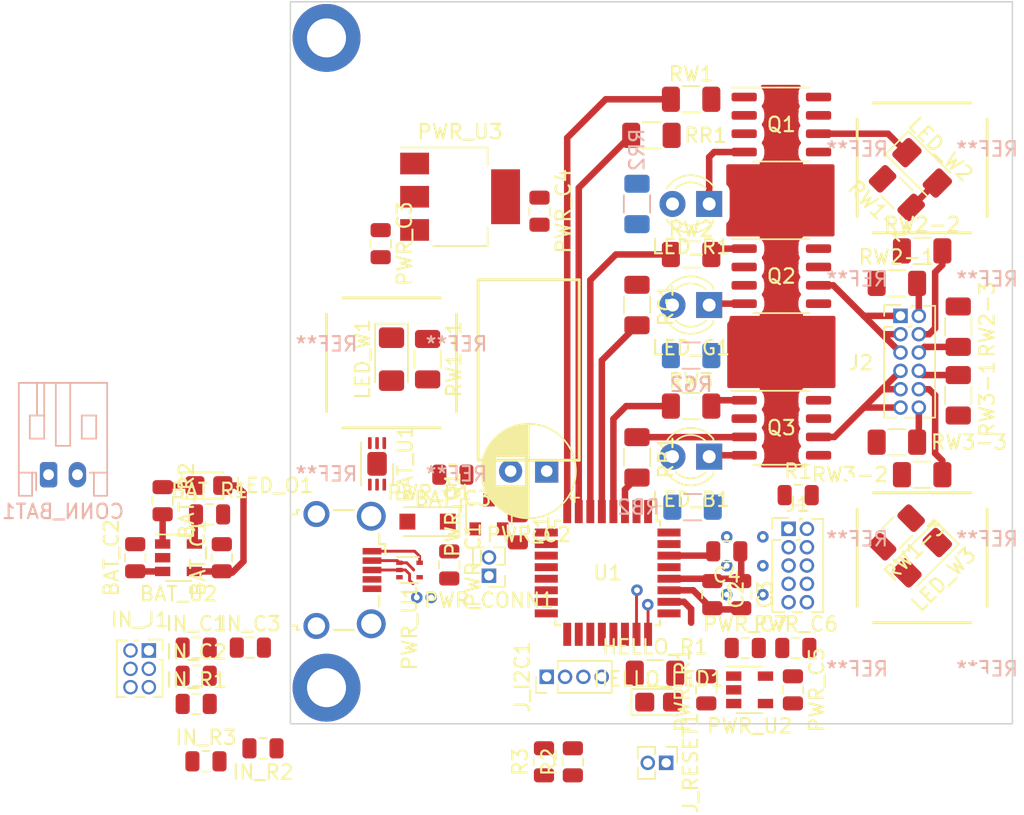
<source format=kicad_pcb>
(kicad_pcb (version 20171130) (host pcbnew "(5.0.2-5)-5")
  (layers (0 F.Cu signal) (31 B.Cu signal) (34 B.Paste user) (35 F.Paste user) (36 B.SilkS user hide) (37 F.SilkS user) (38 B.Mask user) (39 F.Mask user) (44 Edge.Cuts user))
  (net 0 "")
  (net 1 GND)
  (net 2 /VBUS)
  (net 3 /VBAT)
  (net 4 "Net-(BAT_R1-Pad1)")
  (net 5 "Net-(BAT_R2-Pad1)")
  (net 6 "Net-(BAT_R2-Pad2)")
  (net 7 /SCL)
  (net 8 /SDA)
  (net 9 /PWR_CC)
  (net 10 "Net-(BAT_U1-Pad6)")
  (net 11 /VDD)
  (net 12 "Net-(C2-Pad2)")
  (net 13 "Net-(CONN_USB1-Pad1)")
  (net 14 /D-)
  (net 15 /D+)
  (net 16 "Net-(CONN_USB1-Pad6)")
  (net 17 "Net-(HELLO_LED1-Pad2)")
  (net 18 /HELLO)
  (net 19 /SWIO)
  (net 20 /SWCLK)
  (net 21 /RESET)
  (net 22 "Net-(LED_B1-Pad1)")
  (net 23 "Net-(LED_B1-Pad2)")
  (net 24 "Net-(LED_G1-Pad2)")
  (net 25 "Net-(LED_G1-Pad1)")
  (net 26 "Net-(LED_R1-Pad1)")
  (net 27 "Net-(LED_R1-Pad2)")
  (net 28 "Net-(LED_W1-Pad2)")
  (net 29 "Net-(LED_W1-Pad1)")
  (net 30 "Net-(LED_W2-Pad2)")
  (net 31 "Net-(LED_W3-Pad2)")
  (net 32 /VCC)
  (net 33 /V_LED)
  (net 34 "Net-(PWR_CONN1-Pad2)")
  (net 35 "Net-(PWR_R1-Pad1)")
  (net 36 "Net-(Q1-Pad1)")
  (net 37 "Net-(Q1-Pad3)")
  (net 38 "Net-(Q2-Pad3)")
  (net 39 "Net-(Q2-Pad1)")
  (net 40 "Net-(Q3-Pad1)")
  (net 41 "Net-(Q3-Pad3)")
  (net 42 /LED_B)
  (net 43 /LED_G)
  (net 44 /LED_R)
  (net 45 /LED_W1)
  (net 46 /LED_W2)
  (net 47 /LED_W3)
  (net 48 "Net-(J2-Pad1)")
  (net 49 "Net-(J2-Pad2)")
  (net 50 "Net-(J2-Pad4)")
  (net 51 "Net-(J2-Pad6)")
  (net 52 "Net-(J2-Pad11)")
  (net 53 "Net-(J2-Pad8)")
  (net 54 "Net-(J2-Pad10)")
  (net 55 "Net-(J2-Pad12)")
  (net 56 /IN1)
  (net 57 /IN2)
  (net 58 /IN3)
  (net 59 "Net-(IN_J1-Pad1)")
  (net 60 "Net-(IN_J1-Pad3)")
  (net 61 "Net-(IN_J1-Pad5)")
  (module Capacitor_SMD:C_0805_2012Metric (layer F.Cu) (at 164.218919 109.555214 180)
    (fp_text reference C4 (at 0 -1.65 180) (layer F.SilkS))
    (fp_text value 100n)
    (pad 2 smd roundrect (at 0.9375 0 180) (size 0.975 1.4) (layers F.Cu F.Paste F.Mask) (net 11 /VDD))
    (pad 1 smd roundrect (at -0.9375 0 180) (size 0.975 1.4) (layers F.Cu F.Paste F.Mask) (net 1 GND))
  )
  (module MountingHole:MountingHole_2.1mm (layer B.Cu) (at 173.25 87.5)
    (fp_text reference REF** (at 0 3.2) (layer B.SilkS) (effects (justify mirror)))
    (fp_text value MountingHole_2.1mm)
    (pad "" np_thru_hole circle (at 0 0) (size 2.1 2.1) (drill 2.1) (layers *.Cu *.Mask))
  )
  (module MountingHole:MountingHole_2.1mm (layer B.Cu) (at 182.25 87.5)
    (fp_text reference REF** (at 0 3.2) (layer B.SilkS) (effects (justify mirror)))
    (fp_text value MountingHole_2.1mm)
    (pad "" np_thru_hole circle (at 0 0) (size 2.1 2.1) (drill 2.1) (layers *.Cu *.Mask))
  )
  (module MountingHole:MountingHole_2.1mm (layer B.Cu) (at 182.25 78.5)
    (fp_text reference REF** (at 0 3.2) (layer B.SilkS) (effects (justify mirror)))
    (fp_text value MountingHole_2.1mm)
    (pad "" np_thru_hole circle (at 0 0) (size 2.1 2.1) (drill 2.1) (layers *.Cu *.Mask))
  )
  (module MountingHole:MountingHole_2.1mm (layer B.Cu) (at 173.25 78.5)
    (fp_text reference REF** (at 0 3.2) (layer B.SilkS) (effects (justify mirror)))
    (fp_text value MountingHole_2.1mm)
    (pad "" np_thru_hole circle (at 0 0) (size 2.1 2.1) (drill 2.1) (layers *.Cu *.Mask))
  )
  (module MountingHole:MountingHole_2.1mm (layer B.Cu) (at 173.25 105.5)
    (fp_text reference REF** (at 0 3.2) (layer B.SilkS) (effects (justify mirror)))
    (fp_text value MountingHole_2.1mm)
    (pad "" np_thru_hole circle (at 0 0) (size 2.1 2.1) (drill 2.1) (layers *.Cu *.Mask))
  )
  (module MountingHole:MountingHole_2.1mm (layer B.Cu) (at 182.25 105.5)
    (fp_text reference REF** (at 0 3.2) (layer B.SilkS) (effects (justify mirror)))
    (fp_text value MountingHole_2.1mm)
    (pad "" np_thru_hole circle (at 0 0) (size 2.1 2.1) (drill 2.1) (layers *.Cu *.Mask))
  )
  (module MountingHole:MountingHole_2.1mm (layer B.Cu) (at 182.25 114.5)
    (fp_text reference REF** (at 0 3.2) (layer B.SilkS) (effects (justify mirror)))
    (fp_text value MountingHole_2.1mm)
    (pad "" np_thru_hole circle (at 0 0) (size 2.1 2.1) (drill 2.1) (layers *.Cu *.Mask))
  )
  (module MountingHole:MountingHole_2.1mm (layer B.Cu) (at 173.25 114.5)
    (fp_text reference REF** (at 0 3.2) (layer B.SilkS) (effects (justify mirror)))
    (fp_text value MountingHole_2.1mm)
    (pad "" np_thru_hole circle (at 0 0) (size 2.1 2.1) (drill 2.1) (layers *.Cu *.Mask))
  )
  (module MountingHole:MountingHole_2.1mm (layer B.Cu) (at 136.5 101)
    (fp_text reference REF** (at 0 3.2) (layer B.SilkS) (effects (justify mirror)))
    (fp_text value MountingHole_2.1mm)
    (pad "" np_thru_hole circle (at 0 0) (size 2.1 2.1) (drill 2.1) (layers *.Cu *.Mask))
  )
  (module MountingHole:MountingHole_2.1mm (layer B.Cu) (at 145.5 101)
    (fp_text reference REF** (at 0 3.2) (layer B.SilkS) (effects (justify mirror)))
    (fp_text value MountingHole_2.1mm)
    (pad "" np_thru_hole circle (at 0 0) (size 2.1 2.1) (drill 2.1) (layers *.Cu *.Mask))
  )
  (module MountingHole:MountingHole_2.1mm (layer B.Cu) (at 145.5 92)
    (fp_text reference REF** (at 0 3.2) (layer B.SilkS) (effects (justify mirror)))
    (fp_text value MountingHole_2.1mm)
    (pad "" np_thru_hole circle (at 0 0) (size 2.1 2.1) (drill 2.1) (layers *.Cu *.Mask))
  )
  (module Diode_SMD:D_1206_3216Metric_Pad1.42x1.75mm_HandSolder (layer F.Cu) (at 177.75 83 315)
    (fp_text reference LED_W2 (at 0 -1.82 315) (layer F.SilkS))
    (fp_text value LED_W)
    (pad 1 smd roundrect (at -1.4875 0 315) (size 1.425 1.75) (layers F.Cu F.Paste F.Mask) (roundrect_rratio 0.175439) (net 29 "Net-(LED_W1-Pad1)"))
    (pad 2 smd roundrect (at 1.4875 0 315) (size 1.425 1.75) (layers F.Cu F.Paste F.Mask) (roundrect_rratio 0.175439) (net 30 "Net-(LED_W2-Pad2)"))
  )
  (module Connector_PinHeader_1.27mm:PinHeader_2x06_P1.27mm_Vertical (layer F.Cu) (at 176.25 93.25)
    (fp_text reference J2 (at -2.75 3.25) (layer F.SilkS))
    (fp_text value Conn_02x06_Row_Letter_Last)
    (pad 1 thru_hole rect (at 0 0) (size 1 1) (drill 0.65) (layers *.Cu *.Mask) (net 48 "Net-(J2-Pad1)"))
    (pad 2 thru_hole oval (at 1.27 0) (size 1 1) (drill 0.65) (layers *.Cu *.Mask) (net 49 "Net-(J2-Pad2)"))
    (pad 3 thru_hole oval (at 0 1.27) (size 1 1) (drill 0.65) (layers *.Cu *.Mask) (net 48 "Net-(J2-Pad1)"))
    (pad 4 thru_hole oval (at 1.27 1.27) (size 1 1) (drill 0.65) (layers *.Cu *.Mask) (net 50 "Net-(J2-Pad4)"))
    (pad 5 thru_hole oval (at 0 2.54) (size 1 1) (drill 0.65) (layers *.Cu *.Mask) (net 48 "Net-(J2-Pad1)"))
    (pad 6 thru_hole oval (at 1.27 2.54) (size 1 1) (drill 0.65) (layers *.Cu *.Mask) (net 51 "Net-(J2-Pad6)"))
    (pad 7 thru_hole oval (at 0 3.81) (size 1 1) (drill 0.65) (layers *.Cu *.Mask) (net 52 "Net-(J2-Pad11)"))
    (pad 8 thru_hole oval (at 1.27 3.81) (size 1 1) (drill 0.65) (layers *.Cu *.Mask) (net 53 "Net-(J2-Pad8)"))
    (pad 9 thru_hole oval (at 0 5.08) (size 1 1) (drill 0.65) (layers *.Cu *.Mask) (net 52 "Net-(J2-Pad11)"))
    (pad 10 thru_hole oval (at 1.27 5.08) (size 1 1) (drill 0.65) (layers *.Cu *.Mask) (net 54 "Net-(J2-Pad10)"))
    (pad 11 thru_hole oval (at 0 6.35) (size 1 1) (drill 0.65) (layers *.Cu *.Mask) (net 52 "Net-(J2-Pad11)"))
    (pad 12 thru_hole oval (at 1.27 6.35) (size 1 1) (drill 0.65) (layers *.Cu *.Mask) (net 55 "Net-(J2-Pad12)"))
  )
  (module Resistor_SMD:R_1206_3216Metric (layer F.Cu) (at 176 91)
    (fp_text reference RW2-1 (at 0 -1.82) (layer F.SilkS))
    (fp_text value 6.8)
    (pad 2 smd roundrect (at 1.4 0) (size 1.25 1.75) (layers F.Cu F.Paste F.Mask) (roundrect_rratio 0.2) (net 49 "Net-(J2-Pad2)"))
    (pad 1 smd roundrect (at -1.4 0) (size 1.25 1.75) (layers F.Cu F.Paste F.Mask) (roundrect_rratio 0.2) (net 33 /V_LED))
  )
  (module Package_SO:SO-8_3.9x4.9mm_P1.27mm (layer F.Cu) (at 168 101)
    (fp_text reference Q3 (at 0 0) (layer F.SilkS))
    (fp_text value Q_DUAL_NMOS)
    (pad 1 smd roundrect (at -2.575 -1.905) (size 1.75 0.6) (layers F.Cu F.Paste F.Mask) (net 40 "Net-(Q3-Pad1)"))
    (pad 2 smd roundrect (at -2.575 -0.635) (size 1.75 0.6) (layers F.Cu F.Paste F.Mask) (net 1 GND))
    (pad 3 smd roundrect (at -2.575 0.635) (size 1.75 0.6) (layers F.Cu F.Paste F.Mask) (net 41 "Net-(Q3-Pad3)"))
    (pad 4 smd roundrect (at -2.575 1.905) (size 1.75 0.6) (layers F.Cu F.Paste F.Mask) (net 22 "Net-(LED_B1-Pad1)"))
    (pad 5 smd roundrect (at 2.575 1.905) (size 1.75 0.6) (layers F.Cu F.Paste F.Mask) (net 1 GND))
    (pad 6 smd roundrect (at 2.575 0.635) (size 1.75 0.6) (layers F.Cu F.Paste F.Mask) (net 52 "Net-(J2-Pad11)"))
    (pad 7 smd roundrect (at 2.575 -0.635) (size 1.75 0.6) (layers F.Cu F.Paste F.Mask))
    (pad 8 smd roundrect (at 2.575 -1.905) (size 1.75 0.6) (layers F.Cu F.Paste F.Mask))
  )
  (module Package_DFN_QFN:DFN-6-1EP_3x2mm_P0.5mm_EP1.65x1.35mm (layer F.Cu) (at 140 103.5 270)
    (fp_text reference BAT_U1 (at 0 -1.95 270) (layer F.SilkS))
    (fp_text value LTC2942-1)
    (pad 7 smd roundrect (at 0 0 270) (size 1.65 1.35) (layers F.Cu F.Mask) (roundrect_rratio 0.185185))
    (pad 1 smd roundrect (at -1.4375 -0.5 270) (size 0.825 0.25) (layers F.Cu F.Paste F.Mask) (net 3 /VBAT))
    (pad 2 smd roundrect (at -1.4375 0 270) (size 0.825 0.25) (layers F.Cu F.Paste F.Mask) (net 1 GND))
    (pad 3 smd roundrect (at -1.4375 0.5 270) (size 0.825 0.25) (layers F.Cu F.Paste F.Mask) (net 7 /SCL))
    (pad 4 smd roundrect (at 1.4375 0.5 270) (size 0.825 0.25) (layers F.Cu F.Paste F.Mask) (net 8 /SDA))
    (pad 5 smd roundrect (at 1.4375 0 270) (size 0.825 0.25) (layers F.Cu F.Paste F.Mask) (net 9 /PWR_CC))
    (pad 6 smd roundrect (at 1.4375 -0.5 270) (size 0.825 0.25) (layers F.Cu F.Paste F.Mask) (net 10 "Net-(BAT_U1-Pad6)"))
  )
  (module Package_TO_SOT_SMD:SOT-23-5 (layer F.Cu) (at 126.25 110)
    (fp_text reference BAT_U2 (at 0 2.5) (layer F.SilkS))
    (fp_text value MCP73831-2-OT)
    (pad 1 smd rect (at -1.1 -0.95) (size 1.06 0.65) (layers F.Cu F.Paste F.Mask) (net 6 "Net-(BAT_R2-Pad2)"))
    (pad 2 smd rect (at -1.1 0) (size 1.06 0.65) (layers F.Cu F.Paste F.Mask) (net 1 GND))
    (pad 3 smd rect (at -1.1 0.95) (size 1.06 0.65) (layers F.Cu F.Paste F.Mask) (net 3 /VBAT))
    (pad 4 smd rect (at 1.1 0.95) (size 1.06 0.65) (layers F.Cu F.Paste F.Mask) (net 2 /VBUS))
    (pad 5 smd rect (at 1.1 -0.95) (size 1.06 0.65) (layers F.Cu F.Paste F.Mask) (net 4 "Net-(BAT_R1-Pad1)"))
  )
  (module Connector_JST:JST_PH_S2B-PH-K_1x02_P2.00mm_Horizontal (layer B.Cu) (at 117.25 104.25)
    (fp_text reference CONN_BAT1 (at 1 2.55) (layer B.SilkS) (effects (justify mirror)))
    (fp_text value CONN_BAT)
    (pad 1 thru_hole roundrect (at 0 0) (size 1.2 1.75) (drill 0.75) (layers *.Cu *.Mask) (roundrect_rratio 0.208333) (net 10 "Net-(BAT_U1-Pad6)"))
    (pad 2 thru_hole oval (at 2 0) (size 1.2 1.75) (drill 0.75) (layers *.Cu *.Mask) (net 1 GND))
  )
  (module Connector_USB:USB_Micro-B_Wuerth_629105150521_CircularHoles (layer F.Cu) (at 137.75 110.85 270)
    (fp_text reference CONN_USB1 hide)
    (fp_text value USB)
    (pad 1 smd rect (at -1.3 -1.9 270) (size 0.45 1.3) (layers F.Cu F.Paste F.Mask) (net 13 "Net-(CONN_USB1-Pad1)"))
    (pad 2 smd rect (at -0.65 -1.9 270) (size 0.45 1.3) (layers F.Cu F.Paste F.Mask) (net 14 /D-))
    (pad 3 smd rect (at 0 -1.9 270) (size 0.45 1.3) (layers F.Cu F.Paste F.Mask) (net 15 /D+))
    (pad 4 smd rect (at 0.65 -1.9 270) (size 0.45 1.3) (layers F.Cu F.Paste F.Mask))
    (pad 5 smd rect (at 1.3 -1.9 270) (size 0.45 1.3) (layers F.Cu F.Paste F.Mask) (net 1 GND))
    (pad 6 thru_hole circle (at -3.725 -1.85 270) (size 2 2) (drill 1.4) (layers *.Cu *.Mask) (net 16 "Net-(CONN_USB1-Pad6)"))
    (pad 6 thru_hole circle (at 3.725 -1.85 270) (size 2 2) (drill 1.4) (layers *.Cu *.Mask) (net 16 "Net-(CONN_USB1-Pad6)"))
    (pad 6 thru_hole circle (at -3.875 1.95 270) (size 1.8 1.8) (drill 1.2) (layers *.Cu *.Mask) (net 16 "Net-(CONN_USB1-Pad6)"))
    (pad 6 thru_hole circle (at 3.875 1.95 270) (size 1.8 1.8) (drill 1.2) (layers *.Cu *.Mask) (net 16 "Net-(CONN_USB1-Pad6)"))
    (pad "" np_thru_hole circle (at -2.5 -0.8 270) (size 0.8 0.8) (drill 0.8) (layers *.Cu *.Mask))
    (pad "" np_thru_hole circle (at 2.5 -0.8 270) (size 0.8 0.8) (drill 0.8) (layers *.Cu *.Mask))
  )
  (module MountingHole:MountingHole_2.5mm (layer F.Cu) (at 181.25 118.75)
    (fp_text reference H1 hide)
    (fp_text value MountingHole)
    (pad 1 np_thru_hole circle (at 0 0) (size 2.5 2.5) (drill 2.5) (layers *.Cu *.Mask))
  )
  (module MountingHole:MountingHole_2.7mm_M2.5_DIN965_Pad (layer F.Cu) (at 136.5 74)
    (fp_text reference H2 hide)
    (fp_text value MountingHole_Pad)
    (pad 1 thru_hole circle (at 0 0) (size 4.7 4.7) (drill 2.7) (layers *.Cu *.Mask))
  )
  (module MountingHole:MountingHole_2.5mm (layer F.Cu) (at 181.25 74.25)
    (fp_text reference H3 hide)
    (fp_text value MountingHole)
    (pad 1 np_thru_hole circle (at 0 0) (size 2.5 2.5) (drill 2.5) (layers *.Cu *.Mask))
  )
  (module MountingHole:MountingHole_2.7mm_M2.5_DIN965_Pad (layer F.Cu) (at 136.5 119)
    (fp_text reference H4 hide)
    (fp_text value MountingHole_Pad)
    (pad 1 thru_hole circle (at 0 0) (size 4.7 4.7) (drill 2.7) (layers *.Cu *.Mask))
  )
  (module Diode_SMD:D_0805_2012Metric_Castellated (layer F.Cu) (at 159.5 120)
    (fp_text reference HELLO_LED1 (at 0 -1.6) (layer F.SilkS))
    (fp_text value HELLO)
    (pad 1 smd roundrect (at -0.9625 0) (size 1.325 1.3) (layers F.Cu F.Paste F.Mask) (roundrect_rratio 0.192308) (net 1 GND))
    (pad 2 smd roundrect (at 0.9625 0) (size 1.325 1.3) (layers F.Cu F.Paste F.Mask) (roundrect_rratio 0.192308) (net 17 "Net-(HELLO_LED1-Pad2)"))
  )
  (module Resistor_SMD:R_1206_3216Metric (layer F.Cu) (at 159.25 118)
    (fp_text reference HELLO_R1 (at 0 -1.82) (layer F.SilkS))
    (fp_text value 6.8)
    (pad 2 smd roundrect (at 1.4 0) (size 1.25 1.75) (layers F.Cu F.Paste F.Mask) (roundrect_rratio 0.2) (net 17 "Net-(HELLO_LED1-Pad2)"))
    (pad 1 smd roundrect (at -1.4 0) (size 1.25 1.75) (layers F.Cu F.Paste F.Mask) (roundrect_rratio 0.2) (net 18 /HELLO))
  )
  (module Connector_PinHeader_1.27mm:PinHeader_2x05_P1.27mm_Vertical (layer F.Cu) (at 168.5 108)
    (fp_text reference J1 (at 0.635 -1.695) (layer F.SilkS))
    (fp_text value Conn_02x05_Odd_Even)
    (pad 1 thru_hole rect (at 0 0) (size 1 1) (drill 0.65) (layers *.Cu *.Mask) (net 11 /VDD))
    (pad 2 thru_hole oval (at 1.27 0) (size 1 1) (drill 0.65) (layers *.Cu *.Mask) (net 19 /SWIO))
    (pad 3 thru_hole oval (at 0 1.27) (size 1 1) (drill 0.65) (layers *.Cu *.Mask) (net 1 GND))
    (pad 4 thru_hole oval (at 1.27 1.27) (size 1 1) (drill 0.65) (layers *.Cu *.Mask) (net 20 /SWCLK))
    (pad 5 thru_hole oval (at 0 2.54) (size 1 1) (drill 0.65) (layers *.Cu *.Mask) (net 1 GND))
    (pad 6 thru_hole oval (at 1.27 2.54) (size 1 1) (drill 0.65) (layers *.Cu *.Mask))
    (pad 7 thru_hole oval (at 0 3.81) (size 1 1) (drill 0.65) (layers *.Cu *.Mask))
    (pad 8 thru_hole oval (at 1.27 3.81) (size 1 1) (drill 0.65) (layers *.Cu *.Mask))
    (pad 9 thru_hole oval (at 0 5.08) (size 1 1) (drill 0.65) (layers *.Cu *.Mask))
    (pad 10 thru_hole oval (at 1.27 5.08) (size 1 1) (drill 0.65) (layers *.Cu *.Mask) (net 21 /RESET))
  )
  (module LED_THT:LED_D3.0mm (layer F.Cu) (at 163 103 180)
    (fp_text reference LED_B1 (at 1.27 -2.96 180) (layer F.SilkS))
    (fp_text value LED_B)
    (pad 1 thru_hole rect (at 0 0 180) (size 1.8 1.8) (drill 0.9) (layers *.Cu *.Mask) (net 22 "Net-(LED_B1-Pad1)"))
    (pad 2 thru_hole circle (at 2.54 0 180) (size 1.8 1.8) (drill 0.9) (layers *.Cu *.Mask) (net 23 "Net-(LED_B1-Pad2)"))
  )
  (module LED_THT:LED_D3.0mm (layer F.Cu) (at 163 92.5 180)
    (fp_text reference LED_G1 (at 1.27 -2.96 180) (layer F.SilkS))
    (fp_text value LED_G)
    (pad 2 thru_hole circle (at 2.54 0 180) (size 1.8 1.8) (drill 0.9) (layers *.Cu *.Mask) (net 24 "Net-(LED_G1-Pad2)"))
    (pad 1 thru_hole rect (at 0 0 180) (size 1.8 1.8) (drill 0.9) (layers *.Cu *.Mask) (net 25 "Net-(LED_G1-Pad1)"))
  )
  (module LED_SMD:LED_0805_2012Metric_Castellated (layer F.Cu) (at 128.35 105)
    (fp_text reference LED_O1 (at 4.5 0) (layer F.SilkS))
    (fp_text value LED_O)
    (pad 1 smd roundrect (at -0.9625 0) (size 1.325 1.3) (layers F.Cu F.Paste F.Mask) (roundrect_rratio 0.192308) (net 5 "Net-(BAT_R2-Pad1)"))
    (pad 2 smd roundrect (at 0.9625 0) (size 1.325 1.3) (layers F.Cu F.Paste F.Mask) (roundrect_rratio 0.192308) (net 2 /VBUS))
  )
  (module LED_THT:LED_D3.0mm (layer F.Cu) (at 163 85.5 180)
    (fp_text reference LED_R1 (at 1.27 -2.96 180) (layer F.SilkS))
    (fp_text value LED_R)
    (pad 1 thru_hole rect (at 0 0 180) (size 1.8 1.8) (drill 0.9) (layers *.Cu *.Mask) (net 26 "Net-(LED_R1-Pad1)"))
    (pad 2 thru_hole circle (at 2.54 0 180) (size 1.8 1.8) (drill 0.9) (layers *.Cu *.Mask) (net 27 "Net-(LED_R1-Pad2)"))
  )
  (module Diode_SMD:D_1206_3216Metric_Pad1.42x1.75mm_HandSolder (layer F.Cu) (at 141 96.25 270)
    (fp_text reference LED_W1 (at 0 2 270) (layer F.SilkS))
    (fp_text value LED_W)
    (pad 2 smd roundrect (at 1.4875 0 270) (size 1.425 1.75) (layers F.Cu F.Paste F.Mask) (roundrect_rratio 0.175439) (net 28 "Net-(LED_W1-Pad2)"))
    (pad 1 smd roundrect (at -1.4875 0 270) (size 1.425 1.75) (layers F.Cu F.Paste F.Mask) (roundrect_rratio 0.175439) (net 29 "Net-(LED_W1-Pad1)"))
  )
  (module Diode_SMD:D_1206_3216Metric_Pad1.42x1.75mm_HandSolder (layer F.Cu) (at 177.75 110 225)
    (fp_text reference LED_W3 (at 0 -2.12132 225) (layer F.SilkS))
    (fp_text value LED_W)
    (pad 1 smd roundrect (at -1.4875 0 225) (size 1.425 1.75) (layers F.Cu F.Paste F.Mask) (roundrect_rratio 0.175439) (net 29 "Net-(LED_W1-Pad1)"))
    (pad 2 smd roundrect (at 1.4875 0 225) (size 1.425 1.75) (layers F.Cu F.Paste F.Mask) (roundrect_rratio 0.175439) (net 31 "Net-(LED_W3-Pad2)"))
  )
  (module Capacitor_THT:CP_Radial_D6.3mm_P2.50mm (layer F.Cu) (at 151.75 104 180)
    (fp_text reference PWR_C2 (at 1.25 -4.4 180) (layer F.SilkS))
    (fp_text value 330uF)
    (pad 1 thru_hole rect (at 0 0 180) (size 1.6 1.6) (drill 0.8) (layers *.Cu *.Mask) (net 32 /VCC))
    (pad 2 thru_hole circle (at 2.5 0 180) (size 1.6 1.6) (drill 0.8) (layers *.Cu *.Mask) (net 1 GND))
  )
  (module Diode_SMD:D_SOD-123F (layer F.Cu) (at 143.5 107.5 180)
    (fp_text reference PWR_D1 (at -0.127 2 180) (layer F.SilkS))
    (fp_text value D_Schottky)
    (pad 1 smd rect (at -1.4 0 180) (size 1.1 1.1) (layers F.Cu F.Paste F.Mask) (net 2 /VBUS))
    (pad 2 smd rect (at 1.4 0 180) (size 1.1 1.1) (layers F.Cu F.Paste F.Mask) (net 13 "Net-(CONN_USB1-Pad1)"))
  )
  (module Package_TO_SOT_SMD:SOT-553 (layer F.Cu) (at 142.25 110.85)
    (fp_text reference PWR_U1 (at 0 4 90) (layer F.SilkS))
    (fp_text value TPD3E001DRLR)
    (pad 1 smd rect (at -0.7 -0.5) (size 0.45 0.3) (layers F.Cu F.Paste F.Mask) (net 14 /D-))
    (pad 3 smd rect (at -0.7 0.5) (size 0.45 0.3) (layers F.Cu F.Paste F.Mask) (net 1 GND))
    (pad 5 smd rect (at 0.7 -0.5) (size 0.45 0.3) (layers F.Cu F.Paste F.Mask) (net 13 "Net-(CONN_USB1-Pad1)"))
    (pad 2 smd rect (at -0.7 0) (size 0.45 0.3) (layers F.Cu F.Paste F.Mask) (net 15 /D+))
    (pad 4 smd rect (at 0.7 0.5) (size 0.45 0.3) (layers F.Cu F.Paste F.Mask))
  )
  (module Package_TO_SOT_SMD:SOT-23-5 (layer F.Cu) (at 165.8 119.15)
    (fp_text reference PWR_U2 (at 0 2.5) (layer F.SilkS))
    (fp_text value AP2112K-3.3)
    (pad 5 smd rect (at 1.1 -0.95) (size 1.06 0.65) (layers F.Cu F.Paste F.Mask) (net 11 /VDD))
    (pad 4 smd rect (at 1.1 0.95) (size 1.06 0.65) (layers F.Cu F.Paste F.Mask))
    (pad 3 smd rect (at -1.1 0.95) (size 1.06 0.65) (layers F.Cu F.Paste F.Mask) (net 35 "Net-(PWR_R1-Pad1)"))
    (pad 2 smd rect (at -1.1 0) (size 1.06 0.65) (layers F.Cu F.Paste F.Mask) (net 1 GND))
    (pad 1 smd rect (at -1.1 -0.95) (size 1.06 0.65) (layers F.Cu F.Paste F.Mask) (net 32 /VCC))
  )
  (module Package_TO_SOT_SMD:SOT-223-3_TabPin2 (layer F.Cu) (at 145.75 85)
    (fp_text reference PWR_U3 (at 0 -4.5) (layer F.SilkS))
    (fp_text value LD1117S33TR_SOT223)
    (pad 2 smd rect (at 3.15 0) (size 2 3.8) (layers F.Cu F.Paste F.Mask) (net 33 /V_LED))
    (pad 2 smd rect (at -3.15 0) (size 2 1.5) (layers F.Cu F.Paste F.Mask) (net 33 /V_LED))
    (pad 3 smd rect (at -3.15 2.3) (size 2 1.5) (layers F.Cu F.Paste F.Mask) (net 32 /VCC))
    (pad 1 smd rect (at -3.15 -2.3) (size 2 1.5) (layers F.Cu F.Paste F.Mask) (net 1 GND))
  )
  (module Package_SO:SO-8_3.9x4.9mm_P1.27mm (layer F.Cu) (at 168 80)
    (fp_text reference Q1 (at 0 0) (layer F.SilkS))
    (fp_text value Q_DUAL_NMOS)
    (pad 1 smd roundrect (at -2.575 -1.905) (size 1.75 0.6) (layers F.Cu F.Paste F.Mask) (net 36 "Net-(Q1-Pad1)"))
    (pad 2 smd roundrect (at -2.575 -0.635) (size 1.75 0.6) (layers F.Cu F.Paste F.Mask) (net 1 GND))
    (pad 3 smd roundrect (at -2.575 0.635) (size 1.75 0.6) (layers F.Cu F.Paste F.Mask) (net 37 "Net-(Q1-Pad3)"))
    (pad 4 smd roundrect (at -2.575 1.905) (size 1.75 0.6) (layers F.Cu F.Paste F.Mask) (net 26 "Net-(LED_R1-Pad1)"))
    (pad 5 smd roundrect (at 2.575 1.905) (size 1.75 0.6) (layers F.Cu F.Paste F.Mask) (net 1 GND))
    (pad 6 smd roundrect (at 2.575 0.635) (size 1.75 0.6) (layers F.Cu F.Paste F.Mask) (net 29 "Net-(LED_W1-Pad1)"))
    (pad 7 smd roundrect (at 2.575 -0.635) (size 1.75 0.6) (layers F.Cu F.Paste F.Mask))
    (pad 8 smd roundrect (at 2.575 -1.905) (size 1.75 0.6) (layers F.Cu F.Paste F.Mask))
  )
  (module Package_SO:SO-8_3.9x4.9mm_P1.27mm (layer F.Cu) (at 168 90.5)
    (fp_text reference Q2 (at 0 0) (layer F.SilkS))
    (fp_text value Q_DUAL_NMOS)
    (pad 8 smd roundrect (at 2.575 -1.905) (size 1.75 0.6) (layers F.Cu F.Paste F.Mask))
    (pad 7 smd roundrect (at 2.575 -0.635) (size 1.75 0.6) (layers F.Cu F.Paste F.Mask))
    (pad 6 smd roundrect (at 2.575 0.635) (size 1.75 0.6) (layers F.Cu F.Paste F.Mask) (net 48 "Net-(J2-Pad1)"))
    (pad 5 smd roundrect (at 2.575 1.905) (size 1.75 0.6) (layers F.Cu F.Paste F.Mask) (net 1 GND))
    (pad 4 smd roundrect (at -2.575 1.905) (size 1.75 0.6) (layers F.Cu F.Paste F.Mask) (net 25 "Net-(LED_G1-Pad1)"))
    (pad 3 smd roundrect (at -2.575 0.635) (size 1.75 0.6) (layers F.Cu F.Paste F.Mask) (net 38 "Net-(Q2-Pad3)"))
    (pad 2 smd roundrect (at -2.575 -0.635) (size 1.75 0.6) (layers F.Cu F.Paste F.Mask) (net 1 GND))
    (pad 1 smd roundrect (at -2.575 -1.905) (size 1.75 0.6) (layers F.Cu F.Paste F.Mask) (net 39 "Net-(Q2-Pad1)"))
  )
  (module Resistor_SMD:R_1206_3216Metric (layer F.Cu) (at 158 103.05 270)
    (fp_text reference RB1 (at 0 -2 270) (layer F.SilkS))
    (fp_text value 470)
    (pad 2 smd roundrect (at 1.4 0 270) (size 1.25 1.75) (layers F.Cu F.Paste F.Mask) (roundrect_rratio 0.2) (net 42 /LED_B))
    (pad 1 smd roundrect (at -1.4 0 270) (size 1.25 1.75) (layers F.Cu F.Paste F.Mask) (roundrect_rratio 0.2) (net 41 "Net-(Q3-Pad3)"))
  )
  (module Resistor_SMD:R_1206_3216Metric (layer B.Cu) (at 161.85 106.5)
    (fp_text reference RB2 (at -3.75 0) (layer B.SilkS) (effects (justify mirror)))
    (fp_text value 6.8)
    (pad 2 smd roundrect (at 1.4 0) (size 1.25 1.75) (layers B.Cu B.Paste B.Mask) (roundrect_rratio 0.2) (net 23 "Net-(LED_B1-Pad2)"))
    (pad 1 smd roundrect (at -1.4 0) (size 1.25 1.75) (layers B.Cu B.Paste B.Mask) (roundrect_rratio 0.2) (net 33 /V_LED))
  )
  (module Resistor_SMD:R_1206_3216Metric (layer F.Cu) (at 158 92.5 270)
    (fp_text reference RG1 (at 0 -2 270) (layer F.SilkS))
    (fp_text value 470)
    (pad 1 smd roundrect (at -1.4 0 270) (size 1.25 1.75) (layers F.Cu F.Paste F.Mask) (roundrect_rratio 0.2) (net 38 "Net-(Q2-Pad3)"))
    (pad 2 smd roundrect (at 1.4 0 270) (size 1.25 1.75) (layers F.Cu F.Paste F.Mask) (roundrect_rratio 0.2) (net 43 /LED_G))
  )
  (module Resistor_SMD:R_1206_3216Metric (layer B.Cu) (at 161.75 96)
    (fp_text reference RG2 (at 0 2) (layer B.SilkS) (effects (justify mirror)))
    (fp_text value 10)
    (pad 1 smd roundrect (at -1.4 0) (size 1.25 1.75) (layers B.Cu B.Paste B.Mask) (roundrect_rratio 0.2) (net 33 /V_LED))
    (pad 2 smd roundrect (at 1.4 0) (size 1.25 1.75) (layers B.Cu B.Paste B.Mask) (roundrect_rratio 0.2) (net 24 "Net-(LED_G1-Pad2)"))
  )
  (module Resistor_SMD:R_1206_3216Metric (layer F.Cu) (at 159 80.75 180)
    (fp_text reference RR1 (at -3.75 0 180) (layer F.SilkS))
    (fp_text value 470)
    (pad 2 smd roundrect (at 1.4 0 180) (size 1.25 1.75) (layers F.Cu F.Paste F.Mask) (roundrect_rratio 0.2) (net 44 /LED_R))
    (pad 1 smd roundrect (at -1.4 0 180) (size 1.25 1.75) (layers F.Cu F.Paste F.Mask) (roundrect_rratio 0.2) (net 37 "Net-(Q1-Pad3)"))
  )
  (module Resistor_SMD:R_1206_3216Metric (layer B.Cu) (at 158 85.5 270)
    (fp_text reference RR2 (at -3.75 0 270) (layer B.SilkS) (effects (justify mirror)))
    (fp_text value 10)
    (pad 1 smd roundrect (at -1.4 0 270) (size 1.25 1.75) (layers B.Cu B.Paste B.Mask) (roundrect_rratio 0.2) (net 33 /V_LED))
    (pad 2 smd roundrect (at 1.4 0 270) (size 1.25 1.75) (layers B.Cu B.Paste B.Mask) (roundrect_rratio 0.2) (net 27 "Net-(LED_R1-Pad2)"))
  )
  (module Resistor_SMD:R_1206_3216Metric (layer F.Cu) (at 161.75 78.25 180)
    (fp_text reference RW1 (at 0 1.75 180) (layer F.SilkS))
    (fp_text value 470)
    (pad 2 smd roundrect (at 1.4 0 180) (size 1.25 1.75) (layers F.Cu F.Paste F.Mask) (roundrect_rratio 0.2) (net 45 /LED_W1))
    (pad 1 smd roundrect (at -1.4 0 180) (size 1.25 1.75) (layers F.Cu F.Paste F.Mask) (roundrect_rratio 0.2) (net 36 "Net-(Q1-Pad1)"))
  )
  (module Resistor_SMD:R_1206_3216Metric (layer F.Cu) (at 161.75 89 180)
    (fp_text reference RW2 (at 0 1.75 180) (layer F.SilkS))
    (fp_text value 470)
    (pad 1 smd roundrect (at -1.4 0 180) (size 1.25 1.75) (layers F.Cu F.Paste F.Mask) (roundrect_rratio 0.2) (net 39 "Net-(Q2-Pad1)"))
    (pad 2 smd roundrect (at 1.4 0 180) (size 1.25 1.75) (layers F.Cu F.Paste F.Mask) (roundrect_rratio 0.2) (net 46 /LED_W2))
  )
  (module Resistor_SMD:R_1206_3216Metric (layer F.Cu) (at 161.75 99.5 180)
    (fp_text reference RW3 (at 0 1.75 180) (layer F.SilkS))
    (fp_text value 470)
    (pad 1 smd roundrect (at -1.4 0 180) (size 1.25 1.75) (layers F.Cu F.Paste F.Mask) (roundrect_rratio 0.2) (net 40 "Net-(Q3-Pad1)"))
    (pad 2 smd roundrect (at 1.4 0 180) (size 1.25 1.75) (layers F.Cu F.Paste F.Mask) (roundrect_rratio 0.2) (net 47 /LED_W3))
  )
  (module Resistor_SMD:R_1206_3216Metric (layer F.Cu) (at 143.5 96.25 270)
    (fp_text reference RW1-1 (at 0 -1.82 270) (layer F.SilkS))
    (fp_text value 6.8)
    (pad 1 smd roundrect (at -1.4 0 270) (size 1.25 1.75) (layers F.Cu F.Paste F.Mask) (roundrect_rratio 0.2) (net 33 /V_LED))
    (pad 2 smd roundrect (at 1.4 0 270) (size 1.25 1.75) (layers F.Cu F.Paste F.Mask) (roundrect_rratio 0.2) (net 28 "Net-(LED_W1-Pad2)"))
  )
  (module Resistor_SMD:R_1206_3216Metric (layer F.Cu) (at 176 84.75 315)
    (fp_text reference RW1-2 (at 0 1.767767 315) (layer F.SilkS))
    (fp_text value 6.8)
    (pad 1 smd roundrect (at -1.399999 0 315) (size 1.25 1.75) (layers F.Cu F.Paste F.Mask) (roundrect_rratio 0.2) (net 33 /V_LED))
    (pad 2 smd roundrect (at 1.399999 0 315) (size 1.25 1.75) (layers F.Cu F.Paste F.Mask) (roundrect_rratio 0.2) (net 30 "Net-(LED_W2-Pad2)"))
  )
  (module Resistor_SMD:R_1206_3216Metric (layer F.Cu) (at 176 108.25 225)
    (fp_text reference RW1-3 (at 0 -1.75 225) (layer F.SilkS))
    (fp_text value 6.8)
    (pad 1 smd roundrect (at -1.399999 0 225) (size 1.25 1.75) (layers F.Cu F.Paste F.Mask) (roundrect_rratio 0.2) (net 33 /V_LED))
    (pad 2 smd roundrect (at 1.399999 0 225) (size 1.25 1.75) (layers F.Cu F.Paste F.Mask) (roundrect_rratio 0.2) (net 31 "Net-(LED_W3-Pad2)"))
  )
  (module Resistor_SMD:R_1206_3216Metric (layer F.Cu) (at 177.75 88.75)
    (fp_text reference RW2-2 (at 0 -1.82) (layer F.SilkS))
    (fp_text value 6.8)
    (pad 2 smd roundrect (at 1.4 0) (size 1.25 1.75) (layers F.Cu F.Paste F.Mask) (roundrect_rratio 0.2) (net 50 "Net-(J2-Pad4)"))
    (pad 1 smd roundrect (at -1.4 0) (size 1.25 1.75) (layers F.Cu F.Paste F.Mask) (roundrect_rratio 0.2) (net 33 /V_LED))
  )
  (module Resistor_SMD:R_1206_3216Metric (layer F.Cu) (at 180.25 94 270)
    (fp_text reference RW2-3 (at -0.5 -2 270) (layer F.SilkS))
    (fp_text value 6.8)
    (pad 1 smd roundrect (at -1.4 0 270) (size 1.25 1.75) (layers F.Cu F.Paste F.Mask) (roundrect_rratio 0.2) (net 33 /V_LED))
    (pad 2 smd roundrect (at 1.4 0 270) (size 1.25 1.75) (layers F.Cu F.Paste F.Mask) (roundrect_rratio 0.2) (net 51 "Net-(J2-Pad6)"))
  )
  (module Resistor_SMD:R_1206_3216Metric (layer F.Cu) (at 180.25 98.75 90)
    (fp_text reference RW3-1 (at -0.25 2 90) (layer F.SilkS))
    (fp_text value 6.8)
    (pad 2 smd roundrect (at 1.4 0 90) (size 1.25 1.75) (layers F.Cu F.Paste F.Mask) (roundrect_rratio 0.2) (net 53 "Net-(J2-Pad8)"))
    (pad 1 smd roundrect (at -1.4 0 90) (size 1.25 1.75) (layers F.Cu F.Paste F.Mask) (roundrect_rratio 0.2) (net 33 /V_LED))
  )
  (module Resistor_SMD:R_1206_3216Metric (layer F.Cu) (at 177.75 104.25)
    (fp_text reference RW3-2 (at -5 0) (layer F.SilkS))
    (fp_text value 6.8)
    (pad 1 smd roundrect (at -1.4 0) (size 1.25 1.75) (layers F.Cu F.Paste F.Mask) (roundrect_rratio 0.2) (net 33 /V_LED))
    (pad 2 smd roundrect (at 1.4 0) (size 1.25 1.75) (layers F.Cu F.Paste F.Mask) (roundrect_rratio 0.2) (net 54 "Net-(J2-Pad10)"))
  )
  (module Resistor_SMD:R_1206_3216Metric (layer F.Cu) (at 176 102)
    (fp_text reference RW3-3 (at 5 0) (layer F.SilkS))
    (fp_text value 6.8)
    (pad 2 smd roundrect (at 1.4 0) (size 1.25 1.75) (layers F.Cu F.Paste F.Mask) (roundrect_rratio 0.2) (net 55 "Net-(J2-Pad12)"))
    (pad 1 smd roundrect (at -1.4 0) (size 1.25 1.75) (layers F.Cu F.Paste F.Mask) (roundrect_rratio 0.2) (net 33 /V_LED))
  )
  (module Package_QFP:TQFP-32_7x7mm_P0.8mm (layer F.Cu) (at 155.968919 111.055214 270)
    (fp_text reference U1 (at 0 0) (layer F.SilkS))
    (fp_text value ATSAML21E16B-AUT)
    (pad 1 smd rect (at -4.25 -2.8 270) (size 1.6 0.55) (layers F.Cu F.Paste F.Mask))
    (pad 2 smd rect (at -4.25 -2 270) (size 1.6 0.55) (layers F.Cu F.Paste F.Mask))
    (pad 3 smd rect (at -4.25 -1.2 270) (size 1.6 0.55) (layers F.Cu F.Paste F.Mask) (net 42 /LED_B))
    (pad 4 smd rect (at -4.25 -0.4 270) (size 1.6 0.55) (layers F.Cu F.Paste F.Mask) (net 47 /LED_W3))
    (pad 5 smd rect (at -4.25 0.4 270) (size 1.6 0.55) (layers F.Cu F.Paste F.Mask) (net 43 /LED_G))
    (pad 6 smd rect (at -4.25 1.2 270) (size 1.6 0.55) (layers F.Cu F.Paste F.Mask) (net 46 /LED_W2))
    (pad 7 smd rect (at -4.25 2 270) (size 1.6 0.55) (layers F.Cu F.Paste F.Mask) (net 44 /LED_R))
    (pad 8 smd rect (at -4.25 2.8 270) (size 1.6 0.55) (layers F.Cu F.Paste F.Mask) (net 45 /LED_W1))
    (pad 9 smd rect (at -2.8 4.25) (size 1.6 0.55) (layers F.Cu F.Paste F.Mask) (net 11 /VDD))
    (pad 10 smd rect (at -2 4.25) (size 1.6 0.55) (layers F.Cu F.Paste F.Mask) (net 1 GND))
    (pad 11 smd rect (at -1.2 4.25) (size 1.6 0.55) (layers F.Cu F.Paste F.Mask) (net 56 /IN1))
    (pad 12 smd rect (at -0.4 4.25) (size 1.6 0.55) (layers F.Cu F.Paste F.Mask) (net 57 /IN2))
    (pad 13 smd rect (at 0.4 4.25) (size 1.6 0.55) (layers F.Cu F.Paste F.Mask) (net 58 /IN3))
    (pad 14 smd rect (at 1.2 4.25) (size 1.6 0.55) (layers F.Cu F.Paste F.Mask))
    (pad 15 smd rect (at 2 4.25) (size 1.6 0.55) (layers F.Cu F.Paste F.Mask))
    (pad 16 smd rect (at 2.8 4.25) (size 1.6 0.55) (layers F.Cu F.Paste F.Mask))
    (pad 17 smd rect (at 4.25 2.8 270) (size 1.6 0.55) (layers F.Cu F.Paste F.Mask) (net 8 /SDA))
    (pad 18 smd rect (at 4.25 2 270) (size 1.6 0.55) (layers F.Cu F.Paste F.Mask) (net 7 /SCL))
    (pad 19 smd rect (at 4.25 1.2 270) (size 1.6 0.55) (layers F.Cu F.Paste F.Mask))
    (pad 20 smd rect (at 4.25 0.4 270) (size 1.6 0.55) (layers F.Cu F.Paste F.Mask))
    (pad 21 smd rect (at 4.25 -0.4 270) (size 1.6 0.55) (layers F.Cu F.Paste F.Mask) (net 18 /HELLO))
    (pad 22 smd rect (at 4.25 -1.2 270) (size 1.6 0.55) (layers F.Cu F.Paste F.Mask) (net 9 /PWR_CC))
    (pad 23 smd rect (at 4.25 -2 270) (size 1.6 0.55) (layers F.Cu F.Paste F.Mask) (net 14 /D-))
    (pad 24 smd rect (at 4.25 -2.8 270) (size 1.6 0.55) (layers F.Cu F.Paste F.Mask) (net 15 /D+))
    (pad 25 smd rect (at 2.8 -4.25) (size 1.6 0.55) (layers F.Cu F.Paste F.Mask))
    (pad 26 smd rect (at 2 -4.25) (size 1.6 0.55) (layers F.Cu F.Paste F.Mask) (net 21 /RESET))
    (pad 27 smd rect (at 1.2 -4.25) (size 1.6 0.55) (layers F.Cu F.Paste F.Mask) (net 12 "Net-(C2-Pad2)"))
    (pad 28 smd rect (at 0.4 -4.25) (size 1.6 0.55) (layers F.Cu F.Paste F.Mask) (net 1 GND))
    (pad 29 smd rect (at -0.4 -4.25) (size 1.6 0.55) (layers F.Cu F.Paste F.Mask))
    (pad 30 smd rect (at -1.2 -4.25) (size 1.6 0.55) (layers F.Cu F.Paste F.Mask) (net 11 /VDD))
    (pad 31 smd rect (at -2 -4.25) (size 1.6 0.55) (layers F.Cu F.Paste F.Mask) (net 20 /SWCLK))
    (pad 32 smd rect (at -2.8 -4.25) (size 1.6 0.55) (layers F.Cu F.Paste F.Mask) (net 19 /SWIO))
  )
  (module Connector_PinSocket_1.27mm:PinSocket_2x03_P1.27mm_Vertical (layer F.Cu) (at 124.195001 116.425001)
    (fp_text reference IN_J1 (at -0.635 -2.135) (layer F.SilkS))
    (fp_text value Conn_02x03_Odd_Even)
    (pad 1 thru_hole rect (at 0 0) (size 1 1) (drill 0.7) (layers *.Cu *.Mask) (net 59 "Net-(IN_J1-Pad1)"))
    (pad 2 thru_hole oval (at -1.27 0) (size 1 1) (drill 0.7) (layers *.Cu *.Mask) (net 1 GND))
    (pad 3 thru_hole oval (at 0 1.27) (size 1 1) (drill 0.7) (layers *.Cu *.Mask) (net 60 "Net-(IN_J1-Pad3)"))
    (pad 4 thru_hole oval (at -1.27 1.27) (size 1 1) (drill 0.7) (layers *.Cu *.Mask) (net 1 GND))
    (pad 5 thru_hole oval (at 0 2.54) (size 1 1) (drill 0.7) (layers *.Cu *.Mask) (net 61 "Net-(IN_J1-Pad5)"))
    (pad 6 thru_hole oval (at -1.27 2.54) (size 1 1) (drill 0.7) (layers *.Cu *.Mask) (net 1 GND))
  )
  (module MountingHole:MountingHole_2.1mm (layer B.Cu) (at 136.5 92)
    (fp_text reference REF** (at 0 3.2) (layer B.SilkS) (effects (justify mirror)))
    (fp_text value MountingHole_2.1mm)
    (pad "" np_thru_hole circle (at 0 0) (size 2.1 2.1) (drill 2.1) (layers *.Cu *.Mask))
  )
  (module Capacitor_SMD:C_0805_2012Metric (layer F.Cu) (at 129.25 110 90)
    (fp_text reference BAT_C1 (at 0 -1.65 90) (layer F.SilkS))
    (fp_text value 4.7u)
    (pad 2 smd roundrect (at 0.9375 0 90) (size 0.975 1.4) (layers F.Cu F.Paste F.Mask) (net 1 GND))
    (pad 1 smd roundrect (at -0.9375 0 90) (size 0.975 1.4) (layers F.Cu F.Paste F.Mask) (net 2 /VBUS))
  )
  (module Capacitor_SMD:C_0805_2012Metric (layer F.Cu) (at 123.25 110 90)
    (fp_text reference BAT_C2 (at 0 -1.65 90) (layer F.SilkS))
    (fp_text value 4.7u)
    (pad 2 smd roundrect (at 0.9375 0 90) (size 0.975 1.4) (layers F.Cu F.Paste F.Mask) (net 1 GND))
    (pad 1 smd roundrect (at -0.9375 0 90) (size 0.975 1.4) (layers F.Cu F.Paste F.Mask) (net 3 /VBAT))
  )
  (module Capacitor_SMD:C_0805_2012Metric (layer F.Cu) (at 145.25 104.25 180)
    (fp_text reference BAT_C3 (at 0 -1.65 180) (layer F.SilkS))
    (fp_text value 0.1u)
    (pad 1 smd roundrect (at -0.9375 0 180) (size 0.975 1.4) (layers F.Cu F.Paste F.Mask) (net 3 /VBAT))
    (pad 2 smd roundrect (at 0.9375 0 180) (size 0.975 1.4) (layers F.Cu F.Paste F.Mask) (net 1 GND))
  )
  (module Resistor_SMD:R_0805_2012Metric (layer F.Cu) (at 128.4 107)
    (fp_text reference BAT_R1 (at 0 -1.65) (layer F.SilkS))
    (fp_text value 5k)
    (pad 1 smd roundrect (at -0.9375 0) (size 0.975 1.4) (layers F.Cu F.Paste F.Mask) (net 4 "Net-(BAT_R1-Pad1)"))
    (pad 2 smd roundrect (at 0.9375 0) (size 0.975 1.4) (layers F.Cu F.Paste F.Mask) (net 1 GND))
  )
  (module Resistor_SMD:R_0805_2012Metric (layer F.Cu) (at 125.15 106.05 270)
    (fp_text reference BAT_R2 (at 0 -1.65 270) (layer F.SilkS))
    (fp_text value 1k)
    (pad 2 smd roundrect (at 0.9375 0 270) (size 0.975 1.4) (layers F.Cu F.Paste F.Mask) (net 6 "Net-(BAT_R2-Pad2)"))
    (pad 1 smd roundrect (at -0.9375 0 270) (size 0.975 1.4) (layers F.Cu F.Paste F.Mask) (net 5 "Net-(BAT_R2-Pad1)"))
  )
  (module Capacitor_SMD:C_0805_2012Metric (layer F.Cu) (at 149.75 108 270)
    (fp_text reference C1 (at 0 -1.65 270) (layer F.SilkS))
    (fp_text value 100n)
    (pad 1 smd roundrect (at -0.9375 0 270) (size 0.975 1.4) (layers F.Cu F.Paste F.Mask) (net 11 /VDD))
    (pad 2 smd roundrect (at 0.9375 0 270) (size 0.975 1.4) (layers F.Cu F.Paste F.Mask) (net 1 GND))
  )
  (module Capacitor_SMD:C_0805_2012Metric (layer F.Cu) (at 163.218919 112.555214 270)
    (fp_text reference C2 (at 0 -1.65 270) (layer F.SilkS))
    (fp_text value 1u)
    (pad 1 smd roundrect (at -0.9375 0 270) (size 0.975 1.4) (layers F.Cu F.Paste F.Mask) (net 1 GND))
    (pad 2 smd roundrect (at 0.9375 0 270) (size 0.975 1.4) (layers F.Cu F.Paste F.Mask) (net 12 "Net-(C2-Pad2)"))
  )
  (module Capacitor_SMD:C_0805_2012Metric (layer F.Cu) (at 165.218919 112.555214 270)
    (fp_text reference C3 (at 0 -1.65 270) (layer F.SilkS))
    (fp_text value 100n)
    (pad 2 smd roundrect (at 0.9375 0 270) (size 0.975 1.4) (layers F.Cu F.Paste F.Mask) (net 12 "Net-(C2-Pad2)"))
    (pad 1 smd roundrect (at -0.9375 0 270) (size 0.975 1.4) (layers F.Cu F.Paste F.Mask) (net 1 GND))
  )
  (module Capacitor_SMD:C_0805_2012Metric (layer F.Cu) (at 127.475001 116.225001)
    (fp_text reference IN_C1 (at 0 -1.65) (layer F.SilkS))
    (fp_text value 100n)
    (pad 2 smd roundrect (at 0.9375 0) (size 0.975 1.4) (layers F.Cu F.Paste F.Mask) (net 1 GND))
    (pad 1 smd roundrect (at -0.9375 0) (size 0.975 1.4) (layers F.Cu F.Paste F.Mask) (net 56 /IN1))
  )
  (module Capacitor_SMD:C_0805_2012Metric (layer F.Cu) (at 127.475001 118.175001)
    (fp_text reference IN_C2 (at 0 -1.65) (layer F.SilkS))
    (fp_text value 100n)
    (pad 1 smd roundrect (at -0.9375 0) (size 0.975 1.4) (layers F.Cu F.Paste F.Mask) (net 57 /IN2))
    (pad 2 smd roundrect (at 0.9375 0) (size 0.975 1.4) (layers F.Cu F.Paste F.Mask) (net 1 GND))
  )
  (module Capacitor_SMD:C_0805_2012Metric (layer F.Cu) (at 131.225001 116.225001)
    (fp_text reference IN_C3 (at 0 -1.65) (layer F.SilkS))
    (fp_text value 100n)
    (pad 2 smd roundrect (at 0.9375 0) (size 0.975 1.4) (layers F.Cu F.Paste F.Mask) (net 1 GND))
    (pad 1 smd roundrect (at -0.9375 0) (size 0.975 1.4) (layers F.Cu F.Paste F.Mask) (net 58 /IN3))
  )
  (module Resistor_SMD:R_0805_2012Metric (layer F.Cu) (at 127.475001 120.125001)
    (fp_text reference IN_R1 (at 0 -1.65) (layer F.SilkS))
    (fp_text value 1k)
    (pad 1 smd roundrect (at -0.9375 0) (size 0.975 1.4) (layers F.Cu F.Paste F.Mask) (net 59 "Net-(IN_J1-Pad1)"))
    (pad 2 smd roundrect (at 0.9375 0) (size 0.975 1.4) (layers F.Cu F.Paste F.Mask) (net 56 /IN1))
  )
  (module Resistor_SMD:R_0805_2012Metric (layer F.Cu) (at 132.1 123.2 180)
    (fp_text reference IN_R2 (at 0 -1.65 180) (layer F.SilkS))
    (fp_text value 1k)
    (pad 2 smd roundrect (at 0.9375 0 180) (size 0.975 1.4) (layers F.Cu F.Paste F.Mask) (net 57 /IN2))
    (pad 1 smd roundrect (at -0.9375 0 180) (size 0.975 1.4) (layers F.Cu F.Paste F.Mask) (net 60 "Net-(IN_J1-Pad3)"))
  )
  (module Resistor_SMD:R_0805_2012Metric (layer F.Cu) (at 128.15 124.1)
    (fp_text reference IN_R3 (at 0 -1.65) (layer F.SilkS))
    (fp_text value 1k)
    (pad 1 smd roundrect (at -0.9375 0) (size 0.975 1.4) (layers F.Cu F.Paste F.Mask) (net 61 "Net-(IN_J1-Pad5)"))
    (pad 2 smd roundrect (at 0.9375 0) (size 0.975 1.4) (layers F.Cu F.Paste F.Mask) (net 58 /IN3))
  )
  (module Capacitor_SMD:C_0805_2012Metric (layer F.Cu) (at 145 110.5 270)
    (fp_text reference PWR_C1 (at 0 -1.65 270) (layer F.SilkS))
    (fp_text value 100n)
    (pad 1 smd roundrect (at -0.9375 0 270) (size 0.975 1.4) (layers F.Cu F.Paste F.Mask) (net 13 "Net-(CONN_USB1-Pad1)"))
    (pad 2 smd roundrect (at 0.9375 0 270) (size 0.975 1.4) (layers F.Cu F.Paste F.Mask) (net 1 GND))
  )
  (module Capacitor_SMD:C_0805_2012Metric (layer F.Cu) (at 140.25 88.25 270)
    (fp_text reference PWR_C3 (at 0 -1.65 270) (layer F.SilkS))
    (fp_text value 1u)
    (pad 2 smd roundrect (at 0.9375 0 270) (size 0.975 1.4) (layers F.Cu F.Paste F.Mask) (net 1 GND))
    (pad 1 smd roundrect (at -0.9375 0 270) (size 0.975 1.4) (layers F.Cu F.Paste F.Mask) (net 32 /VCC))
  )
  (module Capacitor_SMD:C_0805_2012Metric (layer F.Cu) (at 151.25 86 270)
    (fp_text reference PWR_C4 (at 0 -1.65 270) (layer F.SilkS))
    (fp_text value 4.7u)
    (pad 1 smd roundrect (at -0.9375 0 270) (size 0.975 1.4) (layers F.Cu F.Paste F.Mask) (net 33 /V_LED))
    (pad 2 smd roundrect (at 0.9375 0 270) (size 0.975 1.4) (layers F.Cu F.Paste F.Mask) (net 1 GND))
  )
  (module Capacitor_SMD:C_0805_2012Metric (layer F.Cu) (at 168.8 119.15 270)
    (fp_text reference PWR_C5 (at 0 -1.65 270) (layer F.SilkS))
    (fp_text value 1u)
    (pad 1 smd roundrect (at -0.9375 0 270) (size 0.975 1.4) (layers F.Cu F.Paste F.Mask) (net 11 /VDD))
    (pad 2 smd roundrect (at 0.9375 0 270) (size 0.975 1.4) (layers F.Cu F.Paste F.Mask) (net 1 GND))
  )
  (module Capacitor_SMD:C_0805_2012Metric (layer F.Cu) (at 169 116.25)
    (fp_text reference PWR_C6 (at 0 -1.65) (layer F.SilkS))
    (fp_text value 10u)
    (pad 2 smd roundrect (at 0.9375 0) (size 0.975 1.4) (layers F.Cu F.Paste F.Mask) (net 1 GND))
    (pad 1 smd roundrect (at -0.9375 0) (size 0.975 1.4) (layers F.Cu F.Paste F.Mask) (net 11 /VDD))
  )
  (module Capacitor_SMD:C_0805_2012Metric (layer F.Cu) (at 165.5 116.25)
    (fp_text reference PWR_C7 (at 0 -1.65) (layer F.SilkS))
    (fp_text value 1u)
    (pad 1 smd roundrect (at -0.9375 0) (size 0.975 1.4) (layers F.Cu F.Paste F.Mask) (net 32 /VCC))
    (pad 2 smd roundrect (at 0.9375 0) (size 0.975 1.4) (layers F.Cu F.Paste F.Mask) (net 1 GND))
  )
  (module Package_TO_SOT_SMD:SOT-23 (layer F.Cu) (at 147.75 107 90)
    (fp_text reference PWR_Q1 (at 0 -2.5 90) (layer F.SilkS))
    (fp_text value DMG2301L)
    (pad 1 smd rect (at -1 -0.95 90) (size 0.9 0.8) (layers F.Cu F.Paste F.Mask) (net 2 /VBUS))
    (pad 2 smd rect (at -1 0.95 90) (size 0.9 0.8) (layers F.Cu F.Paste F.Mask) (net 34 "Net-(PWR_CONN1-Pad2)"))
    (pad 3 smd rect (at 1 0 90) (size 0.9 0.8) (layers F.Cu F.Paste F.Mask) (net 3 /VBAT))
  )
  (module Resistor_SMD:R_0805_2012Metric (layer F.Cu) (at 162.8 119.15 90)
    (fp_text reference PWR_R1 (at 0 -1.65 90) (layer F.SilkS))
    (fp_text value 10k)
    (pad 2 smd roundrect (at 0.9375 0 90) (size 0.975 1.4) (layers F.Cu F.Paste F.Mask) (net 32 /VCC))
    (pad 1 smd roundrect (at -0.9375 0 90) (size 0.975 1.4) (layers F.Cu F.Paste F.Mask) (net 35 "Net-(PWR_R1-Pad1)"))
  )
  (module Resistor_SMD:R_0805_2012Metric (layer F.Cu) (at 169.164 105.664)
    (fp_text reference R1 (at 0 -1.65) (layer F.SilkS))
    (fp_text value 1k)
    (pad 1 smd roundrect (at -0.9375 0) (size 0.975 1.4) (layers F.Cu F.Paste F.Mask) (net 11 /VDD))
    (pad 2 smd roundrect (at 0.9375 0) (size 0.975 1.4) (layers F.Cu F.Paste F.Mask) (net 20 /SWCLK))
  )
  (module Resistor_SMD:R_0805_2012Metric (layer F.Cu) (at 153.56 124.134 90)
    (fp_text reference R2 (at 0 -1.65 90) (layer F.SilkS))
    (fp_text value 4.7k)
    (pad 1 smd roundrect (at -0.9375 0 90) (size 0.975 1.4) (layers F.Cu F.Paste F.Mask) (net 11 /VDD))
    (pad 2 smd roundrect (at 0.9375 0 90) (size 0.975 1.4) (layers F.Cu F.Paste F.Mask) (net 8 /SDA))
  )
  (module Resistor_SMD:R_0805_2012Metric (layer F.Cu) (at 151.56 124.134 90)
    (fp_text reference R3 (at 0 -1.65 90) (layer F.SilkS))
    (fp_text value 4.7k)
    (pad 2 smd roundrect (at 0.9375 0 90) (size 0.975 1.4) (layers F.Cu F.Paste F.Mask) (net 7 /SCL))
    (pad 1 smd roundrect (at -0.9375 0 90) (size 0.975 1.4) (layers F.Cu F.Paste F.Mask) (net 11 /VDD))
  )
  (module Connector_PinHeader_1.27mm:PinHeader_1x04_P1.27mm_Vertical (layer F.Cu) (at 151.75 118.25 90)
    (fp_text reference J_I2C1 (at 0 -1.695 90) (layer F.SilkS))
    (fp_text value Conn_01x04)
    (pad 1 thru_hole rect (at 0 0 90) (size 1 1) (drill 0.65) (layers *.Cu *.Mask) (net 8 /SDA))
    (pad 2 thru_hole oval (at 0 1.27 90) (size 1 1) (drill 0.65) (layers *.Cu *.Mask) (net 7 /SCL))
    (pad 3 thru_hole oval (at 0 2.54 90) (size 1 1) (drill 0.65) (layers *.Cu *.Mask) (net 11 /VDD))
    (pad 4 thru_hole oval (at 0 3.81 90) (size 1 1) (drill 0.65) (layers *.Cu *.Mask) (net 1 GND))
  )
  (module Connector_PinHeader_1.27mm:PinHeader_1x02_P1.27mm_Vertical (layer F.Cu) (at 160.02 124.206 270)
    (fp_text reference J_RESET1 (at 0 -1.695 270) (layer F.SilkS))
    (fp_text value Conn_01x02)
    (pad 2 thru_hole oval (at 0 1.27 270) (size 1 1) (drill 0.65) (layers *.Cu *.Mask) (net 1 GND))
    (pad 1 thru_hole rect (at 0 0 270) (size 1 1) (drill 0.65) (layers *.Cu *.Mask) (net 21 /RESET))
  )
  (module Connector_PinHeader_1.27mm:PinHeader_1x02_P1.27mm_Vertical (layer F.Cu) (at 147.75 111.25 180)
    (fp_text reference PWR_CONN1 (at 0 -1.695 180) (layer F.SilkS))
    (fp_text value Conn_01x02)
    (pad 1 thru_hole rect (at 0 0 180) (size 1 1) (drill 0.65) (layers *.Cu *.Mask) (net 32 /VCC))
    (pad 2 thru_hole oval (at 0 1.27 180) (size 1 1) (drill 0.65) (layers *.Cu *.Mask) (net 34 "Net-(PWR_CONN1-Pad2)"))
  )
  (gr_line (start 136.5 93) (end 136.5 100) (layer F.SilkS) (width 0.2))
  (gr_line (start 137.5 101) (end 144.5 101) (layer F.SilkS) (width 0.2))
  (gr_line (start 145.5 100) (end 145.5 93) (layer F.SilkS) (width 0.2))
  (gr_line (start 144.5 92) (end 137.5 92) (layer F.SilkS) (width 0.2))
  (gr_line (start 134 121.5) (end 134 71.5) (layer Edge.Cuts) (width 0.1))
  (gr_line (start 184 121.5) (end 134 121.5) (layer Edge.Cuts) (width 0.1))
  (gr_line (start 184 71.5) (end 184 121.5) (layer Edge.Cuts) (width 0.1))
  (gr_line (start 134 71.5) (end 184 71.5) (layer Edge.Cuts) (width 0.1))
  (gr_line (start 174.25 114.5) (end 181.25 114.5) (layer F.SilkS) (width 0.2))
  (gr_line (start 182.25 113.5) (end 182.25 106.5) (layer F.SilkS) (width 0.2))
  (gr_line (start 181.25 105.5) (end 174.25 105.5) (layer F.SilkS) (width 0.2))
  (gr_line (start 173.25 106.5) (end 173.25 113.5) (layer F.SilkS) (width 0.2))
  (gr_line (start 173.25 79.5) (end 173.25 86.5) (layer F.SilkS) (width 0.2))
  (gr_line (start 181.25 78.5) (end 174.25 78.5) (layer F.SilkS) (width 0.2))
  (gr_line (start 182.25 86.5) (end 182.25 79.5) (layer F.SilkS) (width 0.2))
  (gr_line (start 174.25 87.5) (end 181.25 87.5) (layer F.SilkS) (width 0.2))
  (gr_line (start 154 103.25) (end 154 90.75) (layer F.SilkS) (width 0.2))
  (gr_line (start 147 103.25) (end 154 103.25) (layer F.SilkS) (width 0.2))
  (gr_line (start 147 90.75) (end 147 103.25) (layer F.SilkS) (width 0.2))
  (gr_line (start 154 90.75) (end 147 90.75) (layer F.SilkS) (width 0.2))
  (segment (start 165.143919 111.455214) (end 165.218919 111.530214) (width 0.45) (layer F.Cu) (net 1))
  (via (at 164.218919 112.555214) (size 0.8) (drill 0.4) (layers F.Cu B.Cu) (net 1))
  (via (at 166.718919 112.555214) (size 0.8) (drill 0.4) (layers F.Cu B.Cu) (net 1))
  (via (at 166.718919 110.555214) (size 0.8) (drill 0.4) (layers F.Cu B.Cu) (net 1))
  (segment (start 165.218919 109.580214) (end 165.243919 109.555214) (width 0.45) (layer F.Cu) (net 1))
  (segment (start 165.218919 111.530214) (end 165.218919 109.580214) (width 0.45) (layer F.Cu) (net 1))
  (via (at 164.218919 110.555214) (size 0.8) (drill 0.4) (layers F.Cu B.Cu) (net 1))
  (via (at 166.718919 108.555214) (size 0.8) (drill 0.4) (layers F.Cu B.Cu) (net 1))
  (via (at 164.218919 108.555214) (size 0.8) (drill 0.4) (layers F.Cu B.Cu) (net 1))
  (segment (start 165.056419 111.455214) (end 165.218919 111.617714) (width 0.45) (layer F.Cu) (net 1))
  (segment (start 160.218919 111.455214) (end 165.056419 111.455214) (width 0.45) (layer F.Cu) (net 1))
  (segment (start 129.175 110.95) (end 129.25 111.025) (width 0.45) (layer F.Cu) (net 2))
  (segment (start 127.35 110.95) (end 129.175 110.95) (width 0.45) (layer F.Cu) (net 2))
  (segment (start 130.25 105) (end 129.3125 105) (width 0.45) (layer F.Cu) (net 2))
  (segment (start 130.75 110.25) (end 130.75 105.5) (width 0.45) (layer F.Cu) (net 2))
  (segment (start 129.975 111.025) (end 130.75 110.25) (width 0.45) (layer F.Cu) (net 2))
  (segment (start 130.75 105.5) (end 130.25 105) (width 0.45) (layer F.Cu) (net 2))
  (segment (start 129.25 111.025) (end 129.975 111.025) (width 0.45) (layer F.Cu) (net 2))
  (segment (start 123.325 110.95) (end 123.25 111.025) (width 0.45) (layer F.Cu) (net 3))
  (segment (start 125.15 110.95) (end 123.325 110.95) (width 0.45) (layer F.Cu) (net 3))
  (segment (start 127.375 109.025) (end 127.35 109.05) (width 0.45) (layer F.Cu) (net 4))
  (segment (start 127.375 107) (end 127.375 109.025) (width 0.45) (layer F.Cu) (net 4))
  (segment (start 125.175 105) (end 125.15 105.025) (width 0.45) (layer F.Cu) (net 5))
  (segment (start 127.3875 105) (end 125.175 105) (width 0.45) (layer F.Cu) (net 5))
  (segment (start 125.15 107.075) (end 125.15 109.05) (width 0.45) (layer F.Cu) (net 6))
  (segment (start 162.981419 109.855214) (end 163.281419 109.555214) (width 0.45) (layer F.Cu) (net 11))
  (segment (start 160.218919 109.855214) (end 162.981419 109.855214) (width 0.45) (layer F.Cu) (net 11))
  (segment (start 163.218919 113.580214) (end 165.218919 113.580214) (width 0.45) (layer F.Cu) (net 12))
  (segment (start 161.893919 112.255214) (end 163.218919 113.580214) (width 0.45) (layer F.Cu) (net 12))
  (segment (start 160.218919 112.255214) (end 161.893919 112.255214) (width 0.45) (layer F.Cu) (net 12))
  (segment (start 142.95 109.9) (end 142.95 110.35) (width 0.2) (layer F.Cu) (net 13))
  (segment (start 142.6 109.55) (end 142.95 109.9) (width 0.2) (layer F.Cu) (net 13))
  (segment (start 139.65 109.55) (end 142.6 109.55) (width 0.2) (layer F.Cu) (net 13))
  (via (at 143.75 112.75) (size 0.8) (drill 0.4) (layers F.Cu B.Cu) (net 14))
  (segment (start 141.4 110.2) (end 139.65 110.2) (width 0.2) (layer F.Cu) (net 14))
  (segment (start 141.55 110.35) (end 141.4 110.2) (width 0.2) (layer F.Cu) (net 14))
  (via (at 158 112.25) (size 0.8) (drill 0.4) (layers F.Cu B.Cu) (net 14))
  (segment (start 157.968919 112.281081) (end 158 112.25) (width 0.2) (layer F.Cu) (net 14))
  (segment (start 157.968919 115.305214) (end 157.968919 112.281081) (width 0.2) (layer F.Cu) (net 14))
  (segment (start 142.530701 110.85) (end 142.530701 110.830701) (width 0.2) (layer F.Cu) (net 14))
  (segment (start 142.530701 110.830701) (end 142.05 110.35) (width 0.2) (layer F.Cu) (net 14))
  (segment (start 142.05 110.35) (end 141.55 110.35) (width 0.2) (layer F.Cu) (net 14))
  (segment (start 141.55 110.85) (end 139.65 110.85) (width 0.2) (layer F.Cu) (net 15))
  (segment (start 141.55 110.85) (end 141.965002 110.85) (width 0.2) (layer F.Cu) (net 15))
  (segment (start 141.965002 110.85) (end 142.25 111.134998) (width 0.2) (layer F.Cu) (net 15))
  (via (at 158.75 113.25) (size 0.8) (drill 0.4) (layers F.Cu B.Cu) (net 15))
  (segment (start 158.768919 113.268919) (end 158.75 113.25) (width 0.2) (layer F.Cu) (net 15))
  (segment (start 158.768919 115.305214) (end 158.768919 113.268919) (width 0.2) (layer F.Cu) (net 15))
  (via (at 142.75 112.75) (size 0.8) (drill 0.4) (layers F.Cu B.Cu) (net 15))
  (segment (start 142.25 111.565002) (end 142.484999 111.800001) (width 0.2) (layer F.Cu) (net 15))
  (segment (start 142.25 111.134998) (end 142.25 111.565002) (width 0.2) (layer F.Cu) (net 15))
  (segment (start 161.258921 113.055214) (end 161.75 113.546293) (width 0.45) (layer F.Cu) (net 21))
  (segment (start 160.218919 113.055214) (end 161.258921 113.055214) (width 0.45) (layer F.Cu) (net 21))
  (segment (start 161.75 113.546293) (end 161.75 114.5) (width 0.45) (layer F.Cu) (net 21))
  (segment (start 163.095 102.905) (end 163 103) (width 0.45) (layer F.Cu) (net 22))
  (segment (start 165.425 102.905) (end 163.095 102.905) (width 0.45) (layer F.Cu) (net 22))
  (segment (start 165.425 92.405) (end 163.095 92.405) (width 0.45) (layer F.Cu) (net 25))
  (segment (start 163.345 81.905) (end 165.425 81.905) (width 0.45) (layer F.Cu) (net 26))
  (segment (start 163 82.25) (end 163.345 81.905) (width 0.45) (layer F.Cu) (net 26))
  (segment (start 163 85.5) (end 163 82.25) (width 0.45) (layer F.Cu) (net 26))
  (segment (start 175.385 80.635) (end 176.698179 81.948179) (width 0.45) (layer F.Cu) (net 29))
  (segment (start 170.575 80.635) (end 175.385 80.635) (width 0.45) (layer F.Cu) (net 29))
  (segment (start 178.678077 84.051821) (end 176.989949 85.739949) (width 0.45) (layer F.Cu) (net 30))
  (segment (start 178.801821 84.051821) (end 178.678077 84.051821) (width 0.45) (layer F.Cu) (net 30))
  (segment (start 163.555 88.595) (end 163.15 89) (width 0.45) (layer F.Cu) (net 39))
  (segment (start 165.425 88.595) (end 163.555 88.595) (width 0.45) (layer F.Cu) (net 39))
  (segment (start 163.555 99.095) (end 163.15 99.5) (width 0.45) (layer F.Cu) (net 40))
  (segment (start 165.425 99.095) (end 163.555 99.095) (width 0.45) (layer F.Cu) (net 40))
  (segment (start 165.41 101.65) (end 165.425 101.635) (width 0.45) (layer F.Cu) (net 41))
  (segment (start 158 101.65) (end 165.41 101.65) (width 0.45) (layer F.Cu) (net 41))
  (segment (start 157.168919 105.281081) (end 158 104.45) (width 0.45) (layer F.Cu) (net 42))
  (segment (start 157.168919 106.805214) (end 157.168919 105.281081) (width 0.45) (layer F.Cu) (net 42))
  (segment (start 155.568919 96.331081) (end 158 93.9) (width 0.45) (layer F.Cu) (net 43))
  (segment (start 155.568919 106.805214) (end 155.568919 96.331081) (width 0.45) (layer F.Cu) (net 43))
  (segment (start 153.968919 84.381081) (end 157.6 80.75) (width 0.45) (layer F.Cu) (net 44))
  (segment (start 153.968919 106.805214) (end 153.968919 84.381081) (width 0.45) (layer F.Cu) (net 44))
  (segment (start 155.837838 78.25) (end 160.35 78.25) (width 0.45) (layer F.Cu) (net 45))
  (segment (start 153.168919 80.918919) (end 155.837838 78.25) (width 0.45) (layer F.Cu) (net 45))
  (segment (start 153.168919 106.805214) (end 153.168919 80.918919) (width 0.45) (layer F.Cu) (net 45))
  (segment (start 154.768919 106.805214) (end 154.768919 90.768919) (width 0.45) (layer F.Cu) (net 46))
  (segment (start 156.537838 89) (end 160.35 89) (width 0.45) (layer F.Cu) (net 46))
  (segment (start 154.768919 90.768919) (end 156.537838 89) (width 0.45) (layer F.Cu) (net 46))
  (segment (start 156.368919 106.805214) (end 156.368919 100.381081) (width 0.45) (layer F.Cu) (net 47))
  (segment (start 157.25 99.5) (end 160.35 99.5) (width 0.45) (layer F.Cu) (net 47))
  (segment (start 156.368919 100.381081) (end 157.25 99.5) (width 0.45) (layer F.Cu) (net 47))
  (segment (start 176.25 94.52) (end 175.02 94.52) (width 0.45) (layer F.Cu) (net 48))
  (segment (start 176.25 95.79) (end 175 94.54) (width 0.45) (layer F.Cu) (net 48))
  (segment (start 176.25 93.25) (end 173.71 93.25) (width 0.45) (layer F.Cu) (net 48))
  (segment (start 175 94.54) (end 173.71 93.25) (width 0.45) (layer F.Cu) (net 48))
  (segment (start 171.595 91.135) (end 170.575 91.135) (width 0.45) (layer F.Cu) (net 48))
  (segment (start 173.71 93.25) (end 171.595 91.135) (width 0.45) (layer F.Cu) (net 48))
  (segment (start 177.52 90.87) (end 177.4 90.75) (width 0.45) (layer F.Cu) (net 49))
  (segment (start 177.52 91.12) (end 177.4 91) (width 0.45) (layer F.Cu) (net 49))
  (segment (start 177.52 93.25) (end 177.52 91.12) (width 0.45) (layer F.Cu) (net 49))
  (segment (start 178.227106 94.52) (end 177.52 94.52) (width 0.45) (layer F.Cu) (net 50))
  (segment (start 178.65 94.097106) (end 178.227106 94.52) (width 0.45) (layer F.Cu) (net 50))
  (segment (start 178.65 90.225) (end 178.65 94.097106) (width 0.45) (layer F.Cu) (net 50))
  (segment (start 179.15 89.725) (end 178.65 90.225) (width 0.45) (layer F.Cu) (net 50))
  (segment (start 179.15 88.75) (end 179.15 89.725) (width 0.45) (layer F.Cu) (net 50))
  (segment (start 177.56 95.75) (end 177.52 95.79) (width 0.45) (layer F.Cu) (net 51))
  (segment (start 177.91 95.4) (end 177.52 95.79) (width 0.45) (layer F.Cu) (net 51))
  (segment (start 180.25 95.4) (end 177.91 95.4) (width 0.45) (layer F.Cu) (net 51))
  (segment (start 171.675 101.635) (end 170.575 101.635) (width 0.45) (layer F.Cu) (net 52))
  (segment (start 175.02 98.33) (end 176.25 98.33) (width 0.45) (layer F.Cu) (net 52))
  (segment (start 175 98.31) (end 175.02 98.33) (width 0.45) (layer F.Cu) (net 52))
  (segment (start 176.25 97.06) (end 175 98.31) (width 0.45) (layer F.Cu) (net 52))
  (segment (start 175 98.31) (end 173.75 99.56) (width 0.45) (layer F.Cu) (net 52))
  (segment (start 173.79 99.6) (end 176.25 99.6) (width 0.45) (layer F.Cu) (net 52))
  (segment (start 173.75 99.56) (end 171.675 101.635) (width 0.45) (layer F.Cu) (net 52))
  (segment (start 177.81 97.35) (end 177.52 97.06) (width 0.45) (layer F.Cu) (net 53))
  (segment (start 180.25 97.35) (end 177.81 97.35) (width 0.45) (layer F.Cu) (net 53))
  (segment (start 177.54 98.35) (end 177.52 98.33) (width 0.45) (layer F.Cu) (net 54))
  (segment (start 178.227106 98.33) (end 177.52 98.33) (width 0.45) (layer F.Cu) (net 54))
  (segment (start 178.65 98.752894) (end 178.227106 98.33) (width 0.45) (layer F.Cu) (net 54))
  (segment (start 179.15 103.275) (end 179.15 104.25) (width 0.45) (layer F.Cu) (net 54))
  (segment (start 178.65 102.775) (end 179.15 103.275) (width 0.45) (layer F.Cu) (net 54))
  (segment (start 178.65 98.752894) (end 178.65 102.775) (width 0.45) (layer F.Cu) (net 54))
  (segment (start 177.52 101.88) (end 177.4 102) (width 0.45) (layer F.Cu) (net 55))
  (segment (start 177.52 99.6) (end 177.52 101.88) (width 0.45) (layer F.Cu) (net 55))
  (zone (net 0) (net_name "") (layer F.Cu) (connect_pads (clearance 0.508)) (min_thickness 0.254) (fill yes (arc_segments 16) (thermal_gap 0.508) (thermal_bridge_width 0.508))
    (polygon (pts (xy 169.5 82.75) (xy 171.683721 82.75) (xy 171.683721 87.75) (xy 169.5 87.75) (xy 169.5 93.25) (xy 171.75 93.25) (xy 171.75 98.25) (xy 169.5 98.25) (xy 169.5 103.75) (xy 166.5 103.75) (xy 166.5 98.25) (xy 164.25 98.25) (xy 164.25 93.25) (xy 166.5 93.25) (xy 166.5 87.75) (xy 164.183721 87.75) (xy 164.183721 82.75) (xy 166.5 82.75) (xy 166.5 77.25) (xy 169.5 77.25)))
  )
)
</source>
